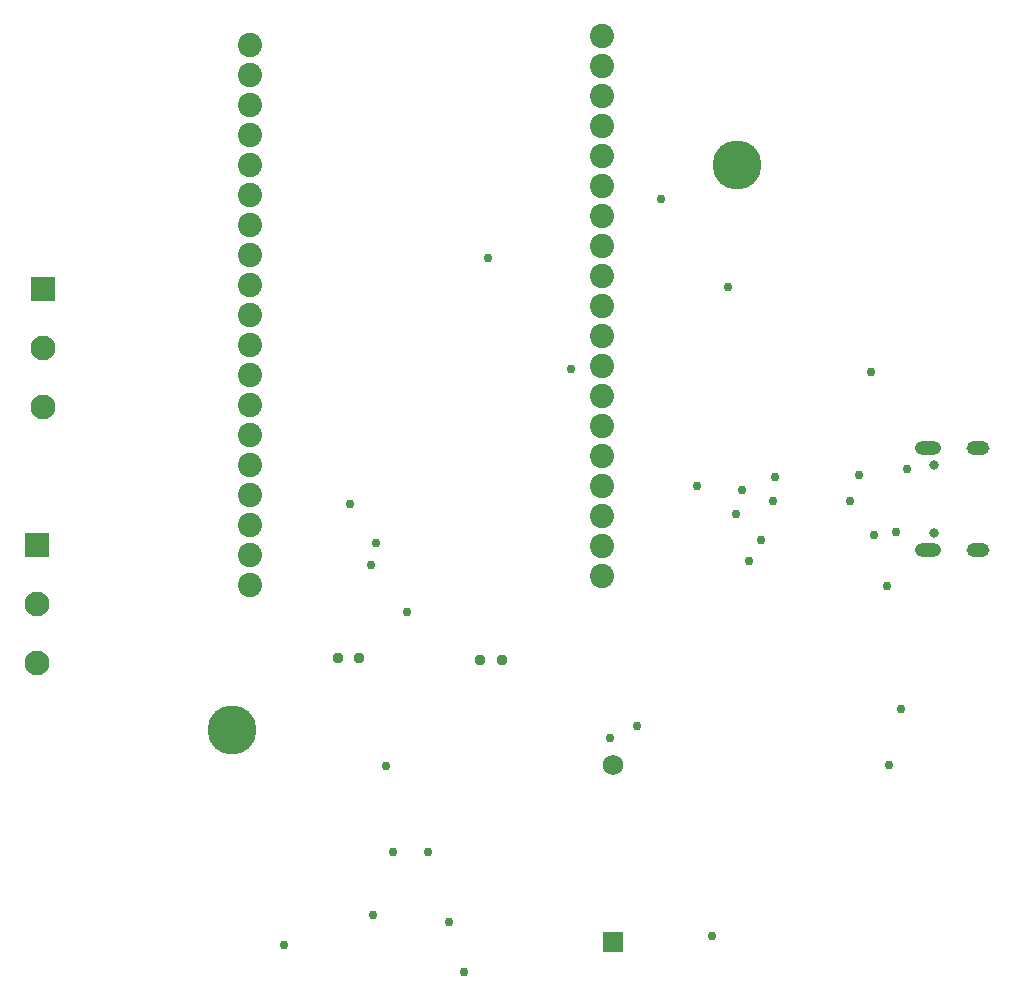
<source format=gbs>
G04*
G04 #@! TF.GenerationSoftware,Altium Limited,Altium Designer,23.3.1 (30)*
G04*
G04 Layer_Color=16711935*
%FSLAX44Y44*%
%MOMM*%
G71*
G04*
G04 #@! TF.SameCoordinates,11343DF2-346A-4928-BBB7-4E1EB81EA5CC*
G04*
G04*
G04 #@! TF.FilePolarity,Negative*
G04*
G01*
G75*
%ADD60C,1.7500*%
%ADD61R,1.7500X1.7500*%
%ADD62C,2.1000*%
%ADD63R,2.1000X2.1000*%
%ADD64C,4.1500*%
G04:AMPARAMS|DCode=66|XSize=1.15mm|YSize=1.95mm|CornerRadius=0.575mm|HoleSize=0mm|Usage=FLASHONLY|Rotation=90.000|XOffset=0mm|YOffset=0mm|HoleType=Round|Shape=RoundedRectangle|*
%AMROUNDEDRECTD66*
21,1,1.1500,0.8000,0,0,90.0*
21,1,0.0000,1.9500,0,0,90.0*
1,1,1.1500,0.4000,0.0000*
1,1,1.1500,0.4000,0.0000*
1,1,1.1500,-0.4000,0.0000*
1,1,1.1500,-0.4000,0.0000*
%
%ADD66ROUNDEDRECTD66*%
G04:AMPARAMS|DCode=67|XSize=1.15mm|YSize=2.25mm|CornerRadius=0.575mm|HoleSize=0mm|Usage=FLASHONLY|Rotation=90.000|XOffset=0mm|YOffset=0mm|HoleType=Round|Shape=RoundedRectangle|*
%AMROUNDEDRECTD67*
21,1,1.1500,1.1000,0,0,90.0*
21,1,0.0000,2.2500,0,0,90.0*
1,1,1.1500,0.5500,0.0000*
1,1,1.1500,0.5500,0.0000*
1,1,1.1500,-0.5500,0.0000*
1,1,1.1500,-0.5500,0.0000*
%
%ADD67ROUNDEDRECTD67*%
%ADD68C,0.9500*%
%ADD69C,2.0550*%
%ADD70C,0.7500*%
%ADD81C,0.8000*%
D60*
X1061720Y713880D02*
D03*
D61*
Y563880D02*
D03*
D62*
X574040Y799630D02*
D03*
Y849630D02*
D03*
X579120Y1016800D02*
D03*
Y1066800D02*
D03*
D63*
X574040Y899630D02*
D03*
X579120Y1116800D02*
D03*
D64*
X739140Y742950D02*
D03*
X1167130Y1221740D02*
D03*
D66*
X1370920Y981730D02*
D03*
Y895330D02*
D03*
D67*
X1329120Y981730D02*
D03*
Y895330D02*
D03*
D68*
X949850Y802640D02*
D03*
X967850D02*
D03*
X829200Y803910D02*
D03*
X847200D02*
D03*
D69*
X754380Y866140D02*
D03*
Y891540D02*
D03*
Y916940D02*
D03*
Y942340D02*
D03*
Y967740D02*
D03*
Y1069340D02*
D03*
Y1043940D02*
D03*
Y1018540D02*
D03*
Y993140D02*
D03*
Y1094740D02*
D03*
Y1120140D02*
D03*
Y1145540D02*
D03*
Y1170940D02*
D03*
Y1196340D02*
D03*
Y1221740D02*
D03*
Y1323340D02*
D03*
Y1297940D02*
D03*
Y1272540D02*
D03*
Y1247140D02*
D03*
X1052830Y873760D02*
D03*
Y899160D02*
D03*
Y924560D02*
D03*
Y949960D02*
D03*
Y975360D02*
D03*
Y1076960D02*
D03*
Y1051560D02*
D03*
Y1026160D02*
D03*
Y1000760D02*
D03*
Y1102360D02*
D03*
Y1127760D02*
D03*
Y1153160D02*
D03*
Y1178560D02*
D03*
Y1203960D02*
D03*
Y1229360D02*
D03*
Y1330960D02*
D03*
Y1305560D02*
D03*
Y1280160D02*
D03*
Y1254760D02*
D03*
D70*
X1305560Y760730D02*
D03*
X1295400Y713740D02*
D03*
X1282700Y908050D02*
D03*
X1294130Y864870D02*
D03*
X1177290Y886460D02*
D03*
X1187450Y904240D02*
D03*
X1026160Y1049020D02*
D03*
X1145540Y568960D02*
D03*
X857250Y882650D02*
D03*
X869950Y712470D02*
D03*
X875466Y640009D02*
D03*
X905510Y640080D02*
D03*
X1280160Y1046480D02*
D03*
X1262380Y937260D02*
D03*
X1059180Y736600D02*
D03*
X1082040Y746760D02*
D03*
X1311081Y964030D02*
D03*
X1301750Y910590D02*
D03*
X1170940Y946189D02*
D03*
X1165860Y925830D02*
D03*
X1132840Y949960D02*
D03*
X1159280Y1118406D02*
D03*
X1197610Y937260D02*
D03*
X1270000Y958850D02*
D03*
X1198880Y957580D02*
D03*
X839470Y934720D02*
D03*
X861060Y901700D02*
D03*
X887730Y843280D02*
D03*
X858520Y586740D02*
D03*
X923290Y580390D02*
D03*
X935990Y538480D02*
D03*
X1102360Y1192530D02*
D03*
X956310Y1143000D02*
D03*
X783590Y561340D02*
D03*
D81*
X1334120Y967430D02*
D03*
Y909630D02*
D03*
M02*

</source>
